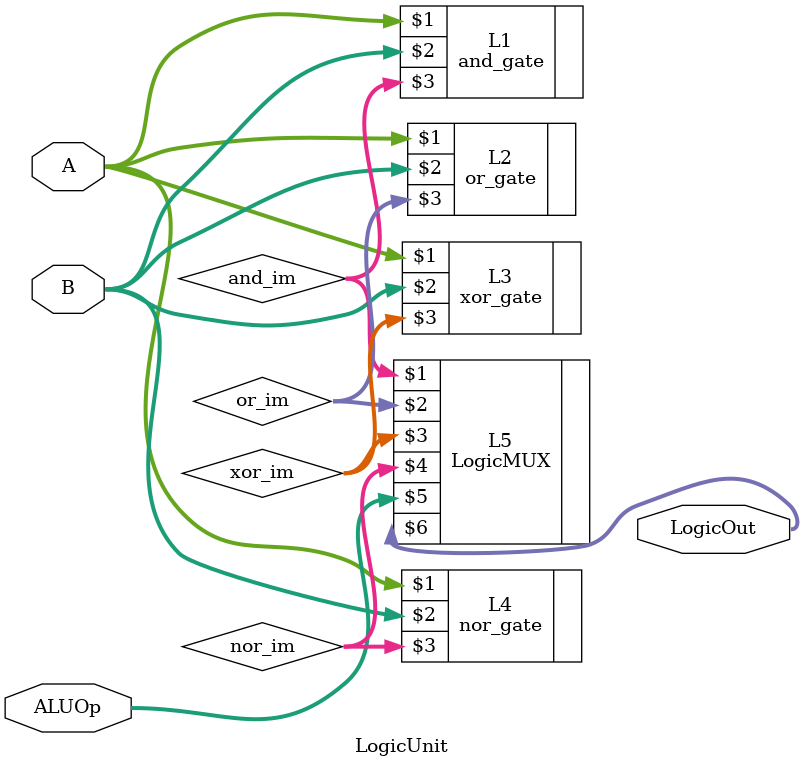
<source format=v>
`timescale 1ns / 1ps
module LogicUnit(input [31:0] A, B,
					  input [1:0] ALUOp,
					  output [31:0] LogicOut
    );
	wire [31:0] and_im, or_im, xor_im, nor_im;
	
	and_gate L1(A, B, and_im);
	or_gate  L2(A, B, or_im);
	xor_gate L3(A, B, xor_im);
	nor_gate L4(A, B, nor_im);
	
	LogicMUX L5(and_im, or_im, xor_im, nor_im, ALUOp, LogicOut);
endmodule

</source>
